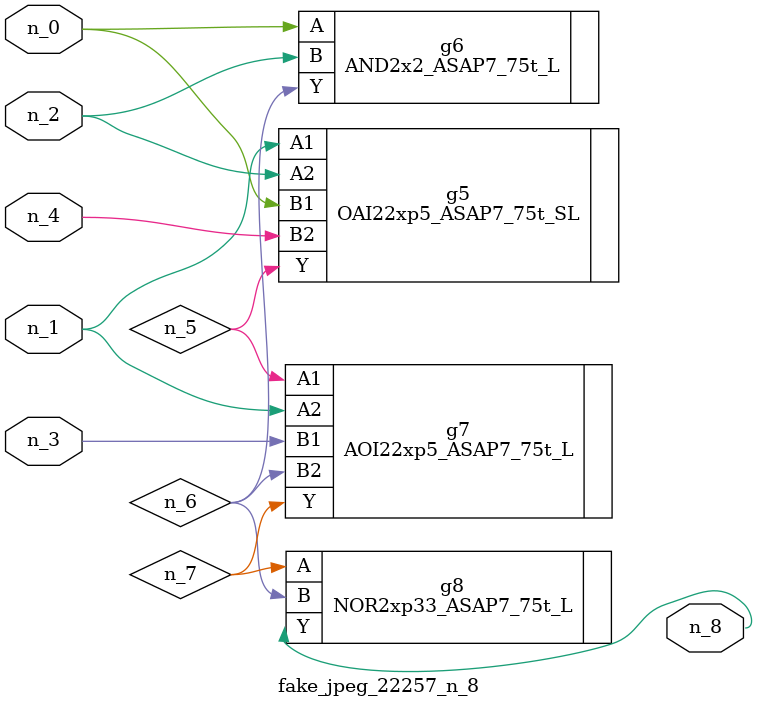
<source format=v>
module fake_jpeg_22257_n_8 (n_3, n_2, n_1, n_0, n_4, n_8);

input n_3;
input n_2;
input n_1;
input n_0;
input n_4;

output n_8;

wire n_6;
wire n_5;
wire n_7;

OAI22xp5_ASAP7_75t_SL g5 ( 
.A1(n_1),
.A2(n_2),
.B1(n_0),
.B2(n_4),
.Y(n_5)
);

AND2x2_ASAP7_75t_L g6 ( 
.A(n_0),
.B(n_2),
.Y(n_6)
);

AOI22xp5_ASAP7_75t_L g7 ( 
.A1(n_5),
.A2(n_1),
.B1(n_3),
.B2(n_6),
.Y(n_7)
);

NOR2xp33_ASAP7_75t_L g8 ( 
.A(n_7),
.B(n_6),
.Y(n_8)
);


endmodule
</source>
